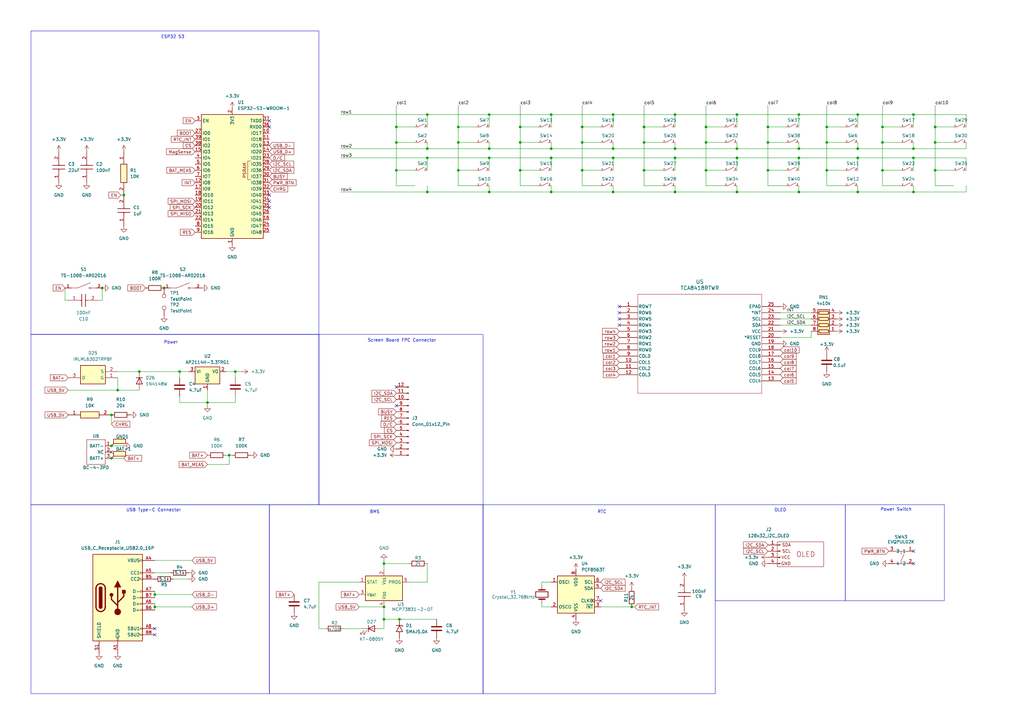
<source format=kicad_sch>
(kicad_sch (version 20231120) (generator "eeschema") (generator_version "8.0")
  (paper "A3")
  (title_block (title "E-Ink PDA Keyboard") (date "2024-10-22") (rev "V1.0") (comment 1 "Note: Parts based on JLCPCB basic parts library. Basic parts used where possible."))
  (junction (at 200.66 78.74))
  (junction (at 351.79 46.99))
  (junction (at 63.5 243.84))
  (junction (at 226.06 46.99))
  (junction (at 213.36 58.42))
  (junction (at 314.96 58.42))
  (junction (at 251.46 46.99))
  (junction (at 327.66 78.74))
  (junction (at 302.26 78.74))
  (junction (at 289.56 58.42))
  (junction (at 251.46 78.74))
  (junction (at 226.06 64.77))
  (junction (at 226.06 78.74))
  (junction (at 45.72 187.96))
  (junction (at 157.48 231.14))
  (junction (at 175.26 46.99))
  (junction (at 374.65 46.99))
  (junction (at 226.06 60.96))
  (junction (at 361.95 52.07))
  (junction (at 302.26 64.77))
  (junction (at 327.66 64.77))
  (junction (at 93.98 186.69))
  (junction (at 327.66 46.99))
  (junction (at 361.95 58.42))
  (junction (at 162.56 52.07))
  (junction (at 157.48 248.92))
  (junction (at 276.86 64.77))
  (junction (at 67.31 118.11))
  (junction (at 251.46 60.96))
  (junction (at 302.26 60.96))
  (junction (at 264.16 52.07))
  (junction (at 175.26 64.77))
  (junction (at 200.66 46.99))
  (junction (at 175.26 78.74))
  (junction (at 238.76 52.07))
  (junction (at 374.65 78.74))
  (junction (at 251.46 64.77))
  (junction (at 339.09 69.85))
  (junction (at 289.56 52.07))
  (junction (at 361.95 69.85))
  (junction (at 276.86 60.96))
  (junction (at 351.79 60.96))
  (junction (at 327.66 60.96))
  (junction (at 374.65 60.96))
  (junction (at 238.76 69.85))
  (junction (at 200.66 64.77))
  (junction (at 162.56 58.42))
  (junction (at 45.72 170.18))
  (junction (at 200.66 60.96))
  (junction (at 213.36 69.85))
  (junction (at 96.52 152.4))
  (junction (at 276.86 78.74))
  (junction (at 259.08 248.92))
  (junction (at 187.96 52.07))
  (junction (at 41.91 118.11))
  (junction (at 276.86 46.99))
  (junction (at 45.72 182.88))
  (junction (at 314.96 52.07))
  (junction (at 175.26 60.96))
  (junction (at 57.15 152.4))
  (junction (at 73.66 152.4))
  (junction (at 264.16 69.85))
  (junction (at 351.79 64.77))
  (junction (at 383.54 58.42))
  (junction (at 187.96 58.42))
  (junction (at 157.48 254))
  (junction (at 289.56 69.85))
  (junction (at 339.09 52.07))
  (junction (at 314.96 69.85))
  (junction (at 50.8 80.01))
  (junction (at 374.65 64.77))
  (junction (at 162.56 69.85))
  (junction (at 383.54 69.85))
  (junction (at 48.26 160.02))
  (junction (at 302.26 46.99))
  (junction (at 264.16 58.42))
  (junction (at 163.83 254))
  (junction (at 351.79 78.74))
  (junction (at 238.76 58.42))
  (junction (at 339.09 58.42))
  (junction (at 63.5 248.92))
  (junction (at 383.54 52.07))
  (junction (at 85.09 165.1))
  (junction (at 213.36 52.07))
  (junction (at 187.96 69.85))
  (no_connect (at 63.5 260.35))
  (no_connect (at 110.49 52.07))
  (no_connect (at 254 130.81))
  (no_connect (at 110.49 82.55))
  (no_connect (at 63.5 257.81))
  (no_connect (at 246.38 246.38))
  (no_connect (at 254 125.73))
  (no_connect (at 110.49 49.53))
  (no_connect (at 110.49 85.09))
  (no_connect (at 254 128.27))
  (no_connect (at 374.65 231.14))
  (no_connect (at 374.65 226.06))
  (no_connect (at 162.56 166.37))
  (no_connect (at 162.56 158.75))
  (no_connect (at 45.72 185.42))
  (no_connect (at 254 133.35))
  (no_connect (at 110.49 80.01))
  (wire (pts (xy 327.66 64.77) (xy 327.66 69.85)))
  (wire (pts (xy 130.81 257.81) (xy 130.81 238.76)))
  (wire (pts (xy 162.56 76.2) (xy 170.18 76.2)))
  (wire (pts (xy 157.48 254) (xy 157.48 257.81)))
  (wire (pts (xy 327.66 78.74) (xy 351.79 78.74)))
  (wire (pts (xy 396.24 60.96) (xy 396.24 58.42)))
  (wire (pts (xy 69.85 234.95) (xy 63.5 234.95)))
  (wire (pts (xy 26.67 123.19) (xy 27.94 123.19)))
  (wire (pts (xy 200.66 60.96) (xy 175.26 60.96)))
  (wire (pts (xy 238.76 58.42) (xy 238.76 69.85)))
  (wire (pts (xy 314.96 58.42) (xy 322.58 58.42)))
  (wire (pts (xy 187.96 52.07) (xy 195.58 52.07)))
  (wire (pts (xy 73.66 152.4) (xy 73.66 154.94)))
  (wire (pts (xy 289.56 58.42) (xy 289.56 69.85)))
  (wire (pts (xy 396.24 64.77) (xy 396.24 69.85)))
  (wire (pts (xy 383.54 52.07) (xy 383.54 58.42)))
  (wire (pts (xy 327.66 64.77) (xy 351.79 64.77)))
  (wire (pts (xy 251.46 78.74) (xy 226.06 78.74)))
  (wire (pts (xy 251.46 64.77) (xy 251.46 69.85)))
  (wire (pts (xy 396.24 78.74) (xy 396.24 76.2)))
  (wire (pts (xy 213.36 58.42) (xy 220.98 58.42)))
  (wire (pts (xy 327.66 60.96) (xy 327.66 58.42)))
  (wire (pts (xy 213.36 52.07) (xy 220.98 52.07)))
  (wire (pts (xy 213.36 69.85) (xy 213.36 76.2)))
  (wire (pts (xy 175.26 64.77) (xy 175.26 69.85)))
  (wire (pts (xy 251.46 46.99) (xy 251.46 52.07)))
  (wire (pts (xy 351.79 78.74) (xy 374.65 78.74)))
  (wire (pts (xy 374.65 78.74) (xy 374.65 76.2)))
  (wire (pts (xy 162.56 69.85) (xy 170.18 69.85)))
  (wire (pts (xy 175.26 231.14) (xy 175.26 238.76)))
  (wire (pts (xy 251.46 60.96) (xy 251.46 58.42)))
  (wire (pts (xy 200.66 46.99) (xy 200.66 52.07)))
  (wire (pts (xy 157.48 231.14) (xy 167.64 231.14)))
  (wire (pts (xy 45.72 187.96) (xy 50.8 187.96)))
  (wire (pts (xy 264.16 58.42) (xy 271.78 58.42)))
  (wire (pts (xy 92.71 186.69) (xy 93.98 186.69)))
  (wire (pts (xy 139.7 64.77) (xy 175.26 64.77)))
  (wire (pts (xy 289.56 52.07) (xy 297.18 52.07)))
  (wire (pts (xy 238.76 69.85) (xy 246.38 69.85)))
  (wire (pts (xy 383.54 58.42) (xy 383.54 69.85)))
  (wire (pts (xy 327.66 46.99) (xy 302.26 46.99)))
  (wire (pts (xy 251.46 64.77) (xy 226.06 64.77)))
  (wire (pts (xy 276.86 60.96) (xy 251.46 60.96)))
  (wire (pts (xy 162.56 52.07) (xy 170.18 52.07)))
  (wire (pts (xy 238.76 76.2) (xy 246.38 76.2)))
  (wire (pts (xy 140.97 257.81) (xy 148.59 257.81)))
  (wire (pts (xy 187.96 58.42) (xy 195.58 58.42)))
  (wire (pts (xy 374.65 78.74) (xy 396.24 78.74)))
  (wire (pts (xy 226.06 78.74) (xy 226.06 76.2)))
  (wire (pts (xy 162.56 69.85) (xy 162.56 76.2)))
  (wire (pts (xy 264.16 52.07) (xy 264.16 58.42)))
  (wire (pts (xy 320.04 133.35) (xy 332.74 133.35)))
  (wire (pts (xy 48.26 152.4) (xy 57.15 152.4)))
  (wire (pts (xy 339.09 52.07) (xy 346.71 52.07)))
  (wire (pts (xy 339.09 69.85) (xy 346.71 69.85)))
  (wire (pts (xy 289.56 76.2) (xy 297.18 76.2)))
  (wire (pts (xy 213.36 76.2) (xy 220.98 76.2)))
  (wire (pts (xy 222.25 247.65) (xy 222.25 248.92)))
  (wire (pts (xy 361.95 76.2) (xy 369.57 76.2)))
  (wire (pts (xy 238.76 69.85) (xy 238.76 76.2)))
  (wire (pts (xy 200.66 64.77) (xy 200.66 69.85)))
  (wire (pts (xy 130.81 257.81) (xy 133.35 257.81)))
  (wire (pts (xy 374.65 60.96) (xy 374.65 58.42)))
  (wire (pts (xy 320.04 138.43) (xy 332.74 138.43)))
  (wire (pts (xy 327.66 78.74) (xy 327.66 76.2)))
  (wire (pts (xy 374.65 46.99) (xy 374.65 52.07)))
  (wire (pts (xy 339.09 52.07) (xy 339.09 58.42)))
  (wire (pts (xy 222.25 248.92) (xy 226.06 248.92)))
  (wire (pts (xy 251.46 46.99) (xy 226.06 46.99)))
  (wire (pts (xy 226.06 64.77) (xy 200.66 64.77)))
  (wire (pts (xy 187.96 76.2) (xy 195.58 76.2)))
  (wire (pts (xy 332.74 138.43) (xy 332.74 135.89)))
  (wire (pts (xy 93.98 186.69) (xy 95.25 186.69)))
  (wire (pts (xy 351.79 46.99) (xy 374.65 46.99)))
  (wire (pts (xy 264.16 69.85) (xy 271.78 69.85)))
  (wire (pts (xy 320.04 128.27) (xy 332.74 128.27)))
  (wire (pts (xy 251.46 78.74) (xy 251.46 76.2)))
  (wire (pts (xy 327.66 60.96) (xy 351.79 60.96)))
  (wire (pts (xy 78.74 243.84) (xy 63.5 243.84)))
  (wire (pts (xy 85.09 166.37) (xy 85.09 165.1)))
  (wire (pts (xy 157.48 229.87) (xy 157.48 231.14)))
  (wire (pts (xy 276.86 46.99) (xy 276.86 52.07)))
  (wire (pts (xy 130.81 238.76) (xy 147.32 238.76)))
  (wire (pts (xy 276.86 64.77) (xy 251.46 64.77)))
  (wire (pts (xy 48.26 160.02) (xy 48.26 154.94)))
  (wire (pts (xy 302.26 78.74) (xy 302.26 76.2)))
  (wire (pts (xy 351.79 46.99) (xy 351.79 52.07)))
  (wire (pts (xy 200.66 64.77) (xy 175.26 64.77)))
  (wire (pts (xy 226.06 64.77) (xy 226.06 69.85)))
  (wire (pts (xy 361.95 43.18) (xy 361.95 52.07)))
  (wire (pts (xy 361.95 58.42) (xy 361.95 69.85)))
  (wire (pts (xy 302.26 60.96) (xy 276.86 60.96)))
  (wire (pts (xy 85.09 165.1) (xy 96.52 165.1)))
  (wire (pts (xy 63.5 248.92) (xy 63.5 250.19)))
  (wire (pts (xy 213.36 52.07) (xy 213.36 58.42)))
  (wire (pts (xy 327.66 64.77) (xy 302.26 64.77)))
  (wire (pts (xy 200.66 78.74) (xy 175.26 78.74)))
  (wire (pts (xy 26.67 118.11) (xy 26.67 123.19)))
  (wire (pts (xy 63.5 243.84) (xy 63.5 242.57)))
  (wire (pts (xy 264.16 58.42) (xy 264.16 69.85)))
  (wire (pts (xy 276.86 78.74) (xy 276.86 76.2)))
  (wire (pts (xy 302.26 46.99) (xy 276.86 46.99)))
  (wire (pts (xy 314.96 52.07) (xy 314.96 58.42)))
  (wire (pts (xy 302.26 64.77) (xy 276.86 64.77)))
  (wire (pts (xy 96.52 152.4) (xy 96.52 154.94)))
  (wire (pts (xy 351.79 78.74) (xy 351.79 76.2)))
  (wire (pts (xy 361.95 52.07) (xy 361.95 58.42)))
  (wire (pts (xy 226.06 46.99) (xy 200.66 46.99)))
  (wire (pts (xy 78.74 229.87) (xy 63.5 229.87)))
  (wire (pts (xy 187.96 69.85) (xy 195.58 69.85)))
  (wire (pts (xy 383.54 43.18) (xy 383.54 52.07)))
  (wire (pts (xy 57.15 160.02) (xy 48.26 160.02)))
  (wire (pts (xy 187.96 43.18) (xy 187.96 52.07)))
  (wire (pts (xy 45.72 173.99) (xy 45.72 170.18)))
  (wire (pts (xy 339.09 58.42) (xy 346.71 58.42)))
  (wire (pts (xy 361.95 58.42) (xy 369.57 58.42)))
  (wire (pts (xy 302.26 78.74) (xy 276.86 78.74)))
  (wire (pts (xy 383.54 69.85) (xy 391.16 69.85)))
  (wire (pts (xy 374.65 64.77) (xy 374.65 69.85)))
  (wire (pts (xy 327.66 46.99) (xy 327.66 52.07)))
  (wire (pts (xy 57.15 152.4) (xy 73.66 152.4)))
  (wire (pts (xy 85.09 190.5) (xy 93.98 190.5)))
  (wire (pts (xy 314.96 43.18) (xy 314.96 52.07)))
  (wire (pts (xy 383.54 58.42) (xy 391.16 58.42)))
  (wire (pts (xy 77.47 237.49) (xy 71.12 237.49)))
  (wire (pts (xy 48.26 160.02) (xy 27.94 160.02)))
  (wire (pts (xy 314.96 52.07) (xy 322.58 52.07)))
  (wire (pts (xy 96.52 152.4) (xy 99.06 152.4)))
  (wire (pts (xy 260.35 248.92) (xy 259.08 248.92)))
  (wire (pts (xy 147.32 248.92) (xy 157.48 248.92)))
  (wire (pts (xy 276.86 46.99) (xy 251.46 46.99)))
  (wire (pts (xy 374.65 60.96) (xy 396.24 60.96)))
  (wire (pts (xy 351.79 64.77) (xy 374.65 64.77)))
  (wire (pts (xy 73.66 165.1) (xy 85.09 165.1)))
  (wire (pts (xy 361.95 69.85) (xy 361.95 76.2)))
  (wire (pts (xy 162.56 43.18) (xy 162.56 52.07)))
  (wire (pts (xy 175.26 238.76) (xy 167.64 238.76)))
  (wire (pts (xy 351.79 60.96) (xy 374.65 60.96)))
  (wire (pts (xy 73.66 152.4) (xy 77.47 152.4)))
  (wire (pts (xy 163.83 254) (xy 179.07 254)))
  (wire (pts (xy 187.96 58.42) (xy 187.96 69.85)))
  (wire (pts (xy 302.26 64.77) (xy 302.26 69.85)))
  (wire (pts (xy 213.36 58.42) (xy 213.36 69.85)))
  (wire (pts (xy 264.16 69.85) (xy 264.16 76.2)))
  (wire (pts (xy 374.65 46.99) (xy 396.24 46.99)))
  (wire (pts (xy 238.76 52.07) (xy 238.76 58.42)))
  (wire (pts (xy 73.66 162.56) (xy 73.66 165.1)))
  (wire (pts (xy 187.96 69.85) (xy 187.96 76.2)))
  (wire (pts (xy 175.26 46.99) (xy 175.26 52.07)))
  (wire (pts (xy 327.66 78.74) (xy 302.26 78.74)))
  (wire (pts (xy 238.76 58.42) (xy 246.38 58.42)))
  (wire (pts (xy 314.96 58.42) (xy 314.96 69.85)))
  (wire (pts (xy 226.06 60.96) (xy 226.06 58.42)))
  (wire (pts (xy 85.09 165.1) (xy 85.09 160.02)))
  (wire (pts (xy 314.96 76.2) (xy 322.58 76.2)))
  (wire (pts (xy 320.04 130.81) (xy 332.74 130.81)))
  (wire (pts (xy 276.86 60.96) (xy 276.86 58.42)))
  (wire (pts (xy 175.26 58.42) (xy 175.26 60.96)))
  (wire (pts (xy 63.5 243.84) (xy 63.5 245.11)))
  (wire (pts (xy 45.72 182.88) (xy 50.8 182.88)))
  (wire (pts (xy 213.36 69.85) (xy 220.98 69.85)))
  (wire (pts (xy 139.7 46.99) (xy 175.26 46.99)))
  (wire (pts (xy 200.66 46.99) (xy 175.26 46.99)))
  (wire (pts (xy 157.48 231.14) (xy 157.48 233.68)))
  (wire (pts (xy 157.48 248.92) (xy 157.48 254)))
  (wire (pts (xy 289.56 69.85) (xy 297.18 69.85)))
  (wire (pts (xy 157.48 254) (xy 163.83 254)))
  (wire (pts (xy 327.66 60.96) (xy 302.26 60.96)))
  (wire (pts (xy 41.91 123.19) (xy 41.91 118.11)))
  (wire (pts (xy 302.26 60.96) (xy 302.26 58.42)))
  (wire (pts (xy 327.66 46.99) (xy 351.79 46.99)))
  (wire (pts (xy 302.26 46.99) (xy 302.26 52.07)))
  (wire (pts (xy 139.7 78.74) (xy 175.26 78.74)))
  (wire (pts (xy 289.56 69.85) (xy 289.56 76.2)))
  (wire (pts (xy 339.09 76.2) (xy 346.71 76.2)))
  (wire (pts (xy 339.09 58.42) (xy 339.09 69.85)))
  (wire (pts (xy 200.66 60.96) (xy 200.66 58.42)))
  (wire (pts (xy 238.76 43.18) (xy 238.76 52.07)))
  (wire (pts (xy 314.96 69.85) (xy 322.58 69.85)))
  (wire (pts (xy 187.96 52.07) (xy 187.96 58.42)))
  (wire (pts (xy 361.95 69.85) (xy 369.57 69.85)))
  (wire (pts (xy 162.56 52.07) (xy 162.56 58.42)))
  (wire (pts (xy 339.09 69.85) (xy 339.09 76.2)))
  (wire (pts (xy 157.48 257.81) (xy 156.21 257.81)))
  (wire (pts (xy 289.56 58.42) (xy 297.18 58.42)))
  (wire (pts (xy 238.76 52.07) (xy 246.38 52.07)))
  (wire (pts (xy 226.06 46.99) (xy 226.06 52.07)))
  (wire (pts (xy 276.86 64.77) (xy 276.86 69.85)))
  (wire (pts (xy 289.56 43.18) (xy 289.56 52.07)))
  (wire (pts (xy 276.86 78.74) (xy 251.46 78.74)))
  (wire (pts (xy 139.7 60.96) (xy 175.26 60.96)))
  (wire (pts (xy 222.25 240.03) (xy 222.25 238.76)))
  (wire (pts (xy 78.74 248.92) (xy 63.5 248.92)))
  (wire (pts (xy 226.06 78.74) (xy 200.66 78.74)))
  (wire (pts (xy 246.38 248.92) (xy 259.08 248.92)))
  (wire (pts (xy 351.79 60.96) (xy 351.79 58.42)))
  (wire (pts (xy 383.54 76.2) (xy 391.16 76.2)))
  (wire (pts (xy 264.16 52.07) (xy 271.78 52.07)))
  (wire (pts (xy 361.95 52.07) (xy 369.57 52.07)))
  (wire (pts (xy 40.64 123.19) (xy 41.91 123.19)))
  (wire (pts (xy 63.5 248.92) (xy 63.5 247.65)))
  (wire (pts (xy 251.46 60.96) (xy 226.06 60.96)))
  (wire (pts (xy 96.52 162.56) (xy 96.52 165.1)))
  (wire (pts (xy 289.56 52.07) (xy 289.56 58.42)))
  (wire (pts (xy 339.09 43.18) (xy 339.09 52.07)))
  (wire (pts (xy 264.16 43.18) (xy 264.16 52.07)))
  (wire (pts (xy 383.54 69.85) (xy 383.54 76.2)))
  (wire (pts (xy 396.24 46.99) (xy 396.24 52.07)))
  (wire (pts (xy 162.56 58.42) (xy 170.18 58.42)))
  (wire (pts (xy 213.36 43.18) (xy 213.36 52.07)))
  (wire (pts (xy 383.54 52.07) (xy 391.16 52.07)))
  (wire (pts (xy 200.66 78.74) (xy 200.66 76.2)))
  (wire (pts (xy 92.71 152.4) (xy 96.52 152.4)))
  (wire (pts (xy 351.79 64.77) (xy 351.79 69.85)))
  (wire (pts (xy 264.16 76.2) (xy 271.78 76.2)))
  (wire (pts (xy 222.25 238.76) (xy 226.06 238.76)))
  (wire (pts (xy 374.65 64.77) (xy 396.24 64.77)))
  (wire (pts (xy 49.53 80.01) (xy 50.8 80.01)))
  (wire (pts (xy 93.98 186.69) (xy 93.98 190.5)))
  (wire (pts (xy 162.56 58.42) (xy 162.56 69.85)))
  (wire (pts (xy 175.26 78.74) (xy 175.26 76.2)))
  (wire (pts (xy 314.96 69.85) (xy 314.96 76.2)))
  (wire (pts (xy 226.06 60.96) (xy 200.66 60.96)))
  (rectangle (start 198.12 207.01) (end 293.37 284.48))
  (rectangle (start 346.71 207.01) (end 387.35 246.38))
  (rectangle (start 293.37 207.01) (end 346.71 246.38))
  (rectangle (start 130.81 137.16) (end 198.12 207.01))
  (rectangle (start 110.49 207.01) (end 198.12 284.48))
  (rectangle (start 12.7 12.7) (end 130.81 137.16))
  (rectangle (start 12.7 137.16) (end 130.81 207.01))
  (rectangle (start 12.7 207.01) (end 110.49 284.48))
  (text "ESP32 S3" (at 70.866 15.24 0) (effects (font (size 1.27 1.27))))
  (text "RTC" (at 246.888 210.058 0) (effects (font (size 1.27 1.27))))
  (text "Screen Board FPC Connector" (at 164.846 139.7 0) (effects (font (size 1.27 1.27))))
  (text "Power" (at 70.104 140.462 0) (effects (font (size 1.27 1.27))))
  (text "OLED" (at 320.04 209.296 0) (effects (font (size 1.27 1.27))))
  (text "USB Type-C Connector\n" (at 62.992 209.296 0) (effects (font (size 1.27 1.27))))
  (text "Power Switch" (at 367.538 209.042 0) (effects (font (size 1.27 1.27))))
  (text "BMS\n" (at 153.67 210.058 0) (effects (font (size 1.27 1.27))))
  (label "col10" (at 383.54 43.18 0))
  (label "col5" (at 264.16 43.18 0))
  (label "row2" (at 139.7 60.96 0))
  (label "col3" (at 213.36 43.18 0))
  (label "col1" (at 162.56 43.18 0))
  (label "col7" (at 314.96 43.18 0))
  (label "col9" (at 361.95 43.18 0))
  (label "I2C_SDA" (at 322.58 133.35 0))
  (label "row4" (at 139.7 78.74 0))
  (label "col6" (at 289.56 43.18 0))
  (label "col2" (at 187.96 43.18 0))
  (label "I2C_SCL" (at 322.58 130.81 0))
  (label "col4" (at 238.76 43.18 0))
  (label "col8" (at 339.09 43.18 0))
  (label "INT" (at 322.58 128.27 0))
  (label "row3" (at 139.7 64.77 0))
  (label "row1" (at 139.7 46.99 0))
  (global_label "I2C_SCL" (shape input) (at 314.96 226.06 180) (property "Intersheetrefs" "${INTERSHEET_REFS}" (effects (hide yes))))
  (global_label "USB_5V" (shape input) (at 147.32 248.92 180) (property "Intersheetrefs" "${INTERSHEET_REFS}" (effects (hide yes))))
  (global_label "RTC_INT" (shape input) (at 80.01 57.15 180) (property "Intersheetrefs" "${INTERSHEET_REFS}" (effects (hide yes))))
  (global_label "I2C_SCL" (shape input) (at 162.56 163.83 180) (property "Intersheetrefs" "${INTERSHEET_REFS}" (effects (hide yes))))
  (global_label "PWR_BTN" (shape input) (at 110.49 74.93 0) (property "Intersheetrefs" "${INTERSHEET_REFS}" (effects (hide yes))))
  (global_label "I2C_SDA" (shape input) (at 246.38 241.3 0) (property "Intersheetrefs" "${INTERSHEET_REFS}" (effects (hide yes))))
  (global_label "BUSY" (shape input) (at 110.49 72.39 0) (property "Intersheetrefs" "${INTERSHEET_REFS}" (effects (hide yes))))
  (global_label "EN" (shape input) (at 80.01 49.53 180) (property "Intersheetrefs" "${INTERSHEET_REFS}" (effects (hide yes))))
  (global_label "USB_5V" (shape input) (at 27.94 160.02 180) (property "Intersheetrefs" "${INTERSHEET_REFS}" (effects (hide yes))))
  (global_label "I2C_SCL" (shape input) (at 110.49 67.31 0) (property "Intersheetrefs" "${INTERSHEET_REFS}" (effects (hide yes))))
  (global_label "BAT_MEAS" (shape input) (at 85.09 190.5 180) (property "Intersheetrefs" "${INTERSHEET_REFS}" (effects (hide yes))))
  (global_label "BAT_MEAS" (shape input) (at 80.01 69.85 180) (property "Intersheetrefs" "${INTERSHEET_REFS}" (effects (hide yes))))
  (global_label "BOOT" (shape input) (at 59.69 118.11 180) (property "Intersheetrefs" "${INTERSHEET_REFS}" (effects (hide yes))))
  (global_label "CHRG" (shape input) (at 45.72 173.99 0) (property "Intersheetrefs" "${INTERSHEET_REFS}" (effects (hide yes))))
  (global_label "CS" (shape input) (at 80.01 59.69 180) (property "Intersheetrefs" "${INTERSHEET_REFS}" (effects (hide yes))))
  (global_label "col7" (shape input) (at 320.04 151.13 0) (property "Intersheetrefs" "${INTERSHEET_REFS}" (effects (hide yes))))
  (global_label "col8" (shape input) (at 320.04 148.59 0) (property "Intersheetrefs" "${INTERSHEET_REFS}" (effects (hide yes))))
  (global_label "EN" (shape input) (at 49.53 80.01 180) (property "Intersheetrefs" "${INTERSHEET_REFS}" (effects (hide yes))))
  (global_label "USB_5V" (shape input) (at 27.94 170.18 180) (property "Intersheetrefs" "${INTERSHEET_REFS}" (effects (hide yes))))
  (global_label "col5" (shape input) (at 320.04 156.21 0) (property "Intersheetrefs" "${INTERSHEET_REFS}" (effects (hide yes))))
  (global_label "D{slash}C" (shape input) (at 162.56 173.99 180) (property "Intersheetrefs" "${INTERSHEET_REFS}" (effects (hide yes))))
  (global_label "USB_5V" (shape input) (at 78.74 229.87 0) (property "Intersheetrefs" "${INTERSHEET_REFS}" (effects (hide yes))))
  (global_label "SPI_MOSI" (shape input) (at 162.56 181.61 180) (property "Intersheetrefs" "${INTERSHEET_REFS}" (effects (hide yes))))
  (global_label "USB_D-" (shape input) (at 110.49 59.69 0) (property "Intersheetrefs" "${INTERSHEET_REFS}" (effects (hide yes))))
  (global_label "row4" (shape input) (at 254 135.89 180) (property "Intersheetrefs" "${INTERSHEET_REFS}" (effects (hide yes))))
  (global_label "RES" (shape input) (at 162.56 171.45 180) (property "Intersheetrefs" "${INTERSHEET_REFS}" (effects (hide yes))))
  (global_label "I2C_SCL" (shape input) (at 246.38 238.76 0) (property "Intersheetrefs" "${INTERSHEET_REFS}" (effects (hide yes))))
  (global_label "col2" (shape input) (at 254 148.59 180) (property "Intersheetrefs" "${INTERSHEET_REFS}" (effects (hide yes))))
  (global_label "BOOT" (shape input) (at 80.01 54.61 180) (property "Intersheetrefs" "${INTERSHEET_REFS}" (effects (hide yes))))
  (global_label "BAT+" (shape input) (at 85.09 186.69 180) (property "Intersheetrefs" "${INTERSHEET_REFS}" (effects (hide yes))))
  (global_label "col3" (shape input) (at 254 151.13 180) (property "Intersheetrefs" "${INTERSHEET_REFS}" (effects (hide yes))))
  (global_label "USB_D+" (shape input) (at 110.49 62.23 0) (property "Intersheetrefs" "${INTERSHEET_REFS}" (effects (hide yes))))
  (global_label "BUSY" (shape input) (at 162.56 168.91 180) (property "Intersheetrefs" "${INTERSHEET_REFS}" (effects (hide yes))))
  (global_label "USB_D+" (shape input) (at 78.74 248.92 0) (property "Intersheetrefs" "${INTERSHEET_REFS}" (effects (hide yes))))
  (global_label "SPI_MISO" (shape input) (at 80.01 87.63 180) (property "Intersheetrefs" "${INTERSHEET_REFS}" (effects (hide yes))))
  (global_label "I2C_SDA" (shape input) (at 162.56 161.29 180) (property "Intersheetrefs" "${INTERSHEET_REFS}" (effects (hide yes))))
  (global_label "D{slash}C" (shape input) (at 110.49 64.77 0) (property "Intersheetrefs" "${INTERSHEET_REFS}" (effects (hide yes))))
  (global_label "CS" (shape input) (at 162.56 176.53 180) (property "Intersheetrefs" "${INTERSHEET_REFS}" (effects (hide yes))))
  (global_label "USB_D-" (shape input) (at 78.74 243.84 0) (property "Intersheetrefs" "${INTERSHEET_REFS}" (effects (hide yes))))
  (global_label "SPI_SCK" (shape input) (at 80.01 85.09 180) (property "Intersheetrefs" "${INTERSHEET_REFS}" (effects (hide yes))))
  (global_label "MagSense" (shape input) (at 80.01 62.23 180) (property "Intersheetrefs" "${INTERSHEET_REFS}" (effects (hide yes))))
  (global_label "col10" (shape input) (at 320.04 143.51 0) (property "Intersheetrefs" "${INTERSHEET_REFS}" (effects (hide yes))))
  (global_label "col4" (shape input) (at 254 153.67 180) (property "Intersheetrefs" "${INTERSHEET_REFS}" (effects (hide yes))))
  (global_label "BAT+" (shape input) (at 120.65 243.84 180) (property "Intersheetrefs" "${INTERSHEET_REFS}" (effects (hide yes))))
  (global_label "I2C_SDA" (shape input) (at 314.96 223.52 180) (property "Intersheetrefs" "${INTERSHEET_REFS}" (effects (hide yes))))
  (global_label "row3" (shape input) (at 254 138.43 180) (property "Intersheetrefs" "${INTERSHEET_REFS}" (effects (hide yes))))
  (global_label "RES" (shape input) (at 80.01 95.25 180) (property "Intersheetrefs" "${INTERSHEET_REFS}" (effects (hide yes))))
  (global_label "col6" (shape input) (at 320.04 153.67 0) (property "Intersheetrefs" "${INTERSHEET_REFS}" (effects (hide yes))))
  (global_label "BAT+" (shape input) (at 27.94 154.94 180) (property "Intersheetrefs" "${INTERSHEET_REFS}" (effects (hide yes))))
  (global_label "row1" (shape input) (at 254 143.51 180) (property "Intersheetrefs" "${INTERSHEET_REFS}" (effects (hide yes))))
  (global_label "I2C_SDA" (shape input) (at 110.49 69.85 0) (property "Intersheetrefs" "${INTERSHEET_REFS}" (effects (hide yes))))
  (global_label "SPI_MOSI" (shape input) (at 80.01 82.55 180) (property "Intersheetrefs" "${INTERSHEET_REFS}" (effects (hide yes))))
  (global_label "BAT+" (shape input) (at 50.8 187.96 0) (property "Intersheetrefs" "${INTERSHEET_REFS}" (effects (hide yes))))
  (global_label "PWR_BTN" (shape input) (at 364.49 226.06 180) (property "Intersheetrefs" "${INTERSHEET_REFS}" (effects (hide yes))))
  (global_label "CHRG" (shape input) (at 110.49 77.47 0) (property "Intersheetrefs" "${INTERSHEET_REFS}" (effects (hide yes))))
  (global_label "col9" (shape input) (at 320.04 146.05 0) (property "Intersheetrefs" "${INTERSHEET_REFS}" (effects (hide yes))))
  (global_label "row2" (shape input) (at 254 140.97 180) (property "Intersheetrefs" "${INTERSHEET_REFS}" (effects (hide yes))))
  (global_label "col1" (shape input) (at 254 146.05 180) (property "Intersheetrefs" "${INTERSHEET_REFS}" (effects (hide yes))))
  (global_label "INT" (shape input) (at 80.01 74.93 180) (property "Intersheetrefs" "${INTERSHEET_REFS}" (effects (hide yes))))
  (global_label "EN" (shape input) (at 26.67 118.11 180) (property "Intersheetrefs" "${INTERSHEET_REFS}" (effects (hide yes))))
  (global_label "SPI_SCK" (shape input) (at 162.56 179.07 180) (property "Intersheetrefs" "${INTERSHEET_REFS}" (effects (hide yes))))
  (global_label "RTC_INT" (shape input) (at 260.35 248.92 0) (property "Intersheetrefs" "${INTERSHEET_REFS}" (effects (hide yes))))
  (global_label "BAT+" (shape input) (at 147.32 243.84 180) (property "Intersheetrefs" "${INTERSHEET_REFS}" (effects (hide yes))))
  (symbol (lib_id "power:GND") (at 163.83 261.62 0) (unit 1)
    (property "Reference" "#PWR030" (effects (hide yes)))
    (property "Value" "GND" (at 163.83 266.7 0))
    (property "Description" "Power symbol creates a global label with name \"GND\" , ground" (effects (hide yes)))
  )
  (symbol (lib_id "snaptron_7mm_doublesided:contact_pad") (at 248.92 73.66 0) (unit 1)
    (property "Reference" "SW22" (at 249.428 73.406 0))
    (property "Value" "~" (at 248.92 73.66 0))
    (property "Footprint" "snaptron_7mm_doublesided:contact_pad_SINGLE" (effects (hide yes)))
  )
  (symbol (lib_id "snaptron_7mm_doublesided:contact_pad") (at 349.25 49.53 0) (unit 1)
    (property "Reference" "SW5" (at 349.758 49.276 0))
    (property "Value" "~" (at 349.25 49.53 0))
    (property "Footprint" "snaptron_7mm_doublesided:contact_pad_SINGLE" (effects (hide yes)))
  )
  (symbol (lib_id "Diode:SMAJ5.0A") (at 163.83 257.81 270) (unit 1)
    (property "Reference" "D1" (at 166.37 256.5399 90) (effects (justify left)))
    (property "Value" "SMAJ5.0A" (at 166.37 259.0799 90) (effects (justify left)))
    (property "Footprint" "Diode_SMD:D_SMA" (effects (hide yes)))
    (property "Datasheet" "https://www.littelfuse.com/media?resourcetype=datasheets&itemid=75e32973-b177-4ee3-a0ff-cedaf1abdb93&filename=smaj-datasheet" (effects (hide yes)))
    (property "Description" "400W unidirectional Transient Voltage Suppressor, 5.0Vr, SMA(DO-214AC)" (effects (hide yes)))
  )
  (symbol (lib_id "snaptron_7mm_doublesided:contact_pad") (at 223.52 55.88 0) (unit 1)
    (property "Reference" "SW14" (at 224.028 55.626 0))
    (property "Value" "~" (at 223.52 55.88 0))
    (property "Footprint" "snaptron_7mm_doublesided:contact_pad_SINGLE" (effects (hide yes)))
  )
  (symbol (lib_id "EVQPUL02K:EVQPUL02K") (at 369.57 228.6 0) (unit 1)
    (property "Reference" "SW43" (at 369.57 220.218 0))
    (property "Value" "EVQPUL02K" (at 369.57 222.25 0))
    (property "Footprint" "EVQPUL02K:EVQPUL02K" (effects (hide yes)))
    (property "LCSC Part #" "EVQPUL02K" (effects (hide yes)))
  )
  (symbol (lib_id "power:GND") (at 50.8 92.71 0) (unit 1)
    (property "Reference" "#PWR02" (effects (hide yes)))
    (property "Value" "GND" (at 50.8 97.79 0))
    (property "Description" "Power symbol creates a global label with name \"GND\" , ground" (effects (hide yes)))
  )
  (symbol (lib_id "snaptron_7mm_doublesided:contact_pad") (at 325.12 67.31 0) (unit 1)
    (property "Reference" "SW39" (at 325.628 67.056 0))
    (property "Value" "~" (at 325.12 67.31 0))
    (property "Footprint" "snaptron_7mm_doublesided:contact_pad_SINGLE" (effects (hide yes)))
  )
  (symbol (lib_id "Connector:TestPoint_Flag") (at 45.72 187.96 0) (unit 1)
    (property "Reference" "BAT+1" (at 47.498 184.15 0) (effects (justify left)))
    (property "Value" "TestPoint_Flag" (effects (hide yes)))
    (property "Footprint" "TestPoint:TestPoint_Pad_D1.5mm" (effects (hide yes)))
    (property "Description" "test point (alternative flag-style design)" (effects (hide yes)))
  )
  (symbol (lib_id "snaptron_7mm_doublesided:contact_pad") (at 372.11 73.66 0) (unit 1)
    (property "Reference" "SW24" (at 372.618 73.406 0))
    (property "Value" "~" (at 372.11 73.66 0))
    (property "Footprint" "snaptron_7mm_doublesided:contact_pad_SINGLE" (effects (hide yes)))
  )
  (symbol (lib_id "power:GND") (at 35.56 74.93 0) (unit 1)
    (property "Reference" "#PWR03" (effects (hide yes)))
    (property "Value" "GND" (at 35.56 80.01 0))
    (property "Description" "Power symbol creates a global label with name \"GND\" , ground" (effects (hide yes)))
  )
  (symbol (lib_id "snaptron_7mm_doublesided:contact_pad") (at 274.32 73.66 0) (unit 1)
    (property "Reference" "SW28" (at 274.828 73.406 0))
    (property "Value" "~" (at 274.32 73.66 0))
    (property "Footprint" "snaptron_7mm_doublesided:contact_pad_SINGLE" (effects (hide yes)))
  )
  (symbol (lib_id "CC0805KRX7R9BB104 (100nF):CC0805KRX7R9BB104") (at 27.94 123.19 0) (mirror x) (unit 1)
    (property "Reference" "C10" (at 34.29 130.81 0))
    (property "Value" "100nF" (at 34.29 128.27 0))
    (property "Footprint" "CC0805KRX7R9BB104 (100nF):CAPC2012X95N" (effects (hide yes)))
    (property "Datasheet" "https://www.yageo.com/upload/media/product/productsearch/datasheet/mlcc/UPY-GPHC_X7R_6.3V-to-50V_20.pdf" (effects (hide yes)))
    (property "Description" "Multilayer Ceramic Capacitors MLCC - SMD/SMT 50 V 0.1uF X7R 0805 10%" (effects (hide yes)))
    (property "Height" "0.95" (effects (hide yes)))
    (property "Mouser Part Number" "603-CC805KRX7R9BB104" (effects (hide yes)))
    (property "Mouser Price/Stock" "https://www.mouser.co.uk/ProductDetail/YAGEO/CC0805KRX7R9BB104?qs=vTakOoo5QyLx0lXWgVtRhQ%3D%3D" (effects (hide yes)))
    (property "Manufacturer_Name" "YAGEO" (effects (hide yes)))
    (property "LCSC Part #" "CC0805KRX7R9BB104" (effects (hide yes)))
  )
  (symbol (lib_id "power:+3.3V") (at 314.96 228.6 90) (unit 1)
    (property "Reference" "#PWR026" (effects (hide yes)))
    (property "Value" "+3.3V" (at 311.15 228.5999 90) (effects (justify left)))
    (property "Description" "Power symbol creates a global label with name \"+3.3V\"" (effects (hide yes)))
  )
  (symbol (lib_id "Device:R_Pack04") (at 337.82 130.81 90) (unit 1)
    (property "Reference" "RN1" (at 337.82 121.92 90))
    (property "Value" "4x10k" (at 337.82 124.46 90))
    (property "Footprint" "Resistor_SMD:R_Array_Concave_4x0603" (effects (hide yes)))
    (property "Description" "4 resistor network, parallel topology" (effects (hide yes)))
    (property "LCSC Part #" "4D03WGJ0103T5E" (effects (hide yes)))
  )
  (symbol (lib_id "power:GND") (at 280.67 250.19 0) (unit 1)
    (property "Reference" "#PWR042" (effects (hide yes)))
    (property "Value" "GND" (at 280.67 255.27 0))
    (property "Description" "Power symbol creates a global label with name \"GND\" , ground" (effects (hide yes)))
  )
  (symbol (lib_id "Connector:USB_C_Receptacle_USB2.0_16P") (at 48.26 245.11 0) (unit 1)
    (property "Reference" "J1" (at 48.26 222.25 0))
    (property "Value" "USB_C_Receptacle_USB2.0_16P" (at 48.26 224.79 0))
    (property "Footprint" "Connector_USB:USB_C_Receptacle_G-Switch_GT-USB-7010ASV" (effects (hide yes)))
    (property "Datasheet" "https://www.usb.org/sites/default/files/documents/usb_type-c.zip" (effects (hide yes)))
    (property "Description" "USB 2.0-only 16P Type-C Receptacle connector" (effects (hide yes)))
    (property "LCSC Part #" "GT-USB-7010ASV" (effects (hide yes)))
  )
  (symbol (lib_id "snaptron_7mm_doublesided:contact_pad") (at 372.11 49.53 0) (unit 1)
    (property "Reference" "SW17" (at 372.618 49.276 0))
    (property "Value" "~" (at 372.11 49.53 0))
    (property "Footprint" "snaptron_7mm_doublesided:contact_pad_SINGLE" (effects (hide yes)))
  )
  (symbol (lib_id "power:+3.3V") (at 259.08 241.3 0) (unit 1)
    (property "Reference" "#PWR043" (effects (hide yes)))
    (property "Value" "+3.3V" (at 259.08 236.22 0))
    (property "Description" "Power symbol creates a global label with name \"+3.3V\"" (effects (hide yes)))
  )
  (symbol (lib_id "Device:R") (at 73.66 234.95 90) (unit 1)
    (property "Reference" "R4" (at 73.66 232.664 90))
    (property "Value" "5.1k" (at 73.66 234.95 90))
    (property "Footprint" "Resistor_SMD:R_0603_1608Metric" (effects (hide yes)))
    (property "Description" "Resistor" (effects (hide yes)))
    (property "LCSC Part #" "0603WAF5101T5E" (effects (hide yes)))
  )
  (symbol (lib_id "power:GND") (at 40.64 267.97 0) (unit 1)
    (property "Reference" "#PWR012" (effects (hide yes)))
    (property "Value" "GND" (at 40.64 273.05 0))
    (property "Description" "Power symbol creates a global label with name \"GND\" , ground" (effects (hide yes)))
  )
  (symbol (lib_id "snaptron_7mm_doublesided:contact_pad") (at 325.12 73.66 0) (unit 1)
    (property "Reference" "SW40" (at 325.628 73.406 0))
    (property "Value" "~" (at 325.12 73.66 0))
    (property "Footprint" "snaptron_7mm_doublesided:contact_pad_SINGLE" (effects (hide yes)))
  )
  (symbol (lib_id "power:GND") (at 179.07 261.62 0) (unit 1)
    (property "Reference" "#PWR033" (effects (hide yes)))
    (property "Value" "GND" (at 179.07 266.7 0))
    (property "Description" "Power symbol creates a global label with name \"GND\" , ground" (effects (hide yes)))
  )
  (symbol (lib_id "TS-1088-AR02016:TS-1088-AR02016") (at 74.93 118.11 0) (unit 1)
    (property "Reference" "S2" (at 74.93 110.49 0))
    (property "Value" "TS-1088-AR02016" (at 74.93 113.03 0))
    (property "Footprint" "TS-1088-AR02016:SW_TS-1088-AR02016" (effects (hide yes)))
    (property "MF" "Xunpu" (effects (hide yes)))
    (property "MAXIMUM_PACKAGE_HEIGHT" "2.0 mm" (effects (hide yes)))
    (property "Package" "Package" (effects (hide yes)))
    (property "Price" "None" (effects (hide yes)))
    (property "Check_prices" "https://www.snapeda.com/parts/TS-1088-AR02016/Xunpu/view-part/?ref=eda" (effects (hide yes)))
    (property "STANDARD" "Manufacturer Recommendations" (effects (hide yes)))
    (property "PARTREV" "N/A" (effects (hide yes)))
    (property "SnapEDA_Link" "https://www.snapeda.com/parts/TS-1088-AR02016/Xunpu/view-part/?ref=snap" (effects (hide yes)))
    (property "MP" "TS-1088-AR02016" (effects (hide yes)))
    (property "Description_1" "\n                        \n                            50mA 4mm 100MΩ 100,000 Times 12V 160gf 3mm 2mm Round Button Vertical welding SPST SMD Tactile Switches ROHS\n                        \n" (effects (hide yes)))
    (property "Availability" "Not in stock" (effects (hide yes)))
    (property "MANUFACTURER" "Xunpu" (effects (hide yes)))
    (property "LCSC Part #" "TS-1088-AR02016" (effects (hide yes)))
  )
  (symbol (lib_id "Device:C") (at 120.65 247.65 0) (unit 1)
    (property "Reference" "C7" (at 124.46 246.3799 0) (effects (justify left)))
    (property "Value" "4.7uF" (at 124.46 248.9199 0) (effects (justify left)))
    (property "Footprint" "Capacitor_SMD:C_0805_2012Metric" (effects (hide yes)))
    (property "Description" "Unpolarized capacitor" (effects (hide yes)))
    (property "LCSC Part #" "CL21A475KAQNNNE" (effects (hide yes)))
  )
  (symbol (lib_id "IRLML6302TRPBF:IRLML6302TRPBF") (at 48.26 154.94 180) (unit 1)
    (property "Reference" "D25" (at 38.1 144.78 0))
    (property "Value" "IRLML6302TRPBF" (at 38.1 147.32 0))
    (property "Footprint" "IRLML6302TRPBF:SOT95P237X112-3N" (effects (hide yes)))
    (property "Datasheet" "https://www.infineon.com/dgdl/irlml6302pbf.pdf?fileId=5546d462533600a4015356688c702627" (effects (hide yes)))
    (property "Description" "MOSFET MOSFT P-Ch -0.62A 600mOhm 2.4nC LogLvl" (effects (hide yes)))
    (property "Height" "1.12" (effects (hide yes)))
    (property "Mouser Part Number" "942-IRLML6302TRPBF" (effects (hide yes)))
    (property "Mouser Price/Stock" "https://www.mouser.co.uk/ProductDetail/Infineon-Technologies/IRLML6302TRPBF?qs=9%252BKlkBgLFf2QWxdX0qooCA%3D%3D" (effects (hide yes)))
    (property "Manufacturer_Name" "Infineon" (effects (hide yes)))
    (property "LCSC Part #" "IRLML6302TRPBF" (effects (hide yes)))
  )
  (symbol (lib_id "power:GND") (at 85.09 166.37 0) (unit 1)
    (property "Reference" "#PWR07" (effects (hide yes)))
    (property "Value" "GND" (at 85.09 171.45 0))
    (property "Description" "Power symbol creates a global label with name \"GND\" , ground" (effects (hide yes)))
  )
  (symbol (lib_id "snaptron_7mm_doublesided:contact_pad") (at 299.72 49.53 0) (unit 1)
    (property "Reference" "SW31" (at 300.228 49.276 0))
    (property "Value" "~" (at 299.72 49.53 0))
    (property "Footprint" "snaptron_7mm_doublesided:contact_pad_SINGLE" (effects (hide yes)))
  )
  (symbol (lib_id "Device:R") (at 63.5 118.11 90) (unit 1)
    (property "Reference" "R8" (at 63.5 111.76 90))
    (property "Value" "100R" (at 63.5 114.3 90))
    (property "Footprint" "Resistor_SMD:R_1206_3216Metric" (effects (hide yes)))
    (property "Description" "Resistor" (effects (hide yes)))
    (property "LCSC Part #" "1206W4F1000T5E" (effects (hide yes)))
  )
  (symbol (lib_id "Battery_Management:MCP73831-2-OT") (at 157.48 241.3 180) (unit 1)
    (property "Reference" "U3" (at 164.338 247.904 0))
    (property "Value" "MCP73831-2-OT" (at 169.164 249.936 0))
    (property "Footprint" "Package_TO_SOT_SMD:SOT-23-5" (effects (hide yes)))
    (property "Datasheet" "http://ww1.microchip.com/downloads/en/DeviceDoc/20001984g.pdf" (effects (hide yes)))
    (property "Description" "Single cell, Li-Ion/Li-Po charge management controller, 4.20V, Tri-State Status Output, in SOT23-5 package" (effects (hide yes)))
    (property "LCSC Part #" "MCP73831-2-OT" (effects (hide yes)))
  )
  (symbol (lib_id "snaptron_7mm_doublesided:contact_pad") (at 372.11 55.88 0) (unit 1)
    (property "Reference" "SW18" (at 372.618 55.626 0))
    (property "Value" "~" (at 372.11 55.88 0))
    (property "Footprint" "snaptron_7mm_doublesided:contact_pad_SINGLE" (effects (hide yes)))
  )
  (symbol (lib_id "power:GND") (at 82.55 118.11 90) (unit 1)
    (property "Reference" "#PWR038" (effects (hide yes)))
    (property "Value" "GND" (at 86.36 118.1099 90) (effects (justify right)))
    (property "Description" "Power symbol creates a global label with name \"GND\" , ground" (effects (hide yes)))
  )
  (symbol (lib_id "CL21A226MAQNNNE (22uF):CL21A226MAQNNNE") (at 24.13 74.93 90) (unit 1)
    (property "Reference" "C3" (at 27.94 67.3099 90) (effects (justify right)))
    (property "Value" "22uF" (at 27.94 69.8499 90) (effects (justify right)))
    (property "Footprint" "CL21A226MAQNNNE (22uF):CAPC2012X140N" (effects (hide yes)))
    (property "Datasheet" "https://datasheet.datasheetarchive.com/originals/distributors/Datasheets-DGA10/2406310.pdf" (effects (hide yes)))
    (property "Description" "Samsung" (effects (hide yes)))
    (property "Height" "1.4" (effects (hide yes)))
    (property "Mouser Part Number" "187-CL21A226MAQNNNE" (effects (hide yes)))
    (property "Mouser Price/Stock" "https://www.mouser.co.uk/ProductDetail/Samsung-Electro-Mechanics/CL21A226MAQNNNE?qs=yOVawPpwOwn5SPpGykCwnw%3D%3D" (effects (hide yes)))
    (property "Manufacturer_Name" "SAMSUNG" (effects (hide yes)))
    (property "LCSC Part #" "CL21A226MAQNNNE" (effects (hide yes)))
  )
  (symbol (lib_id "power:+3.3V") (at 50.8 62.23 0) (unit 1)
    (property "Reference" "#PWR024" (effects (hide yes)))
    (property "Value" "+3.3V" (at 50.8 57.15 0))
    (property "Description" "Power symbol creates a global label with name \"+3.3V\"" (effects (hide yes)))
  )
  (symbol (lib_id "snaptron_7mm_doublesided:contact_pad") (at 349.25 73.66 0) (unit 1)
    (property "Reference" "SW12" (at 349.758 73.406 0))
    (property "Value" "~" (at 349.25 73.66 0))
    (property "Footprint" "snaptron_7mm_doublesided:contact_pad_SINGLE" (effects (hide yes)))
  )
  (symbol (lib_id "power:+3.3V") (at 339.09 144.78 0) (unit 1)
    (property "Reference" "#PWR031" (effects (hide yes)))
    (property "Value" "+3.3V" (at 339.09 141.224 0))
    (property "Description" "Power symbol creates a global label with name \"+3.3V\"" (effects (hide yes)))
  )
  (symbol (lib_id "Timer_RTC:PCF8563T") (at 236.22 243.84 0) (unit 1)
    (property "Reference" "U4" (at 238.4141 231.14 0) (effects (justify left)))
    (property "Value" "PCF8563T" (at 238.4141 233.68 0) (effects (justify left)))
    (property "Footprint" "Package_SO:SOIC-8_3.9x4.9mm_P1.27mm" (effects (hide yes)))
    (property "Datasheet" "https://www.nxp.com/docs/en/data-sheet/PCF8563.pdf" (effects (hide yes)))
    (property "Description" "Realtime Clock/Calendar I2C Interface, SOIC-8" (effects (hide yes)))
  )
  (symbol (lib_id "Device:C") (at 96.52 158.75 0) (unit 1)
    (property "Reference" "C5" (at 100.33 157.4799 0) (effects (justify left)))
    (property "Value" "4.7uF" (at 100.33 160.0199 0) (effects (justify left)))
    (property "Footprint" "Capacitor_SMD:C_0805_2012Metric" (effects (hide yes)))
    (property "Description" "Unpolarized capacitor" (effects (hide yes)))
    (property "LCSC Part #" "CL21A475KAQNNNE" (effects (hide yes)))
  )
  (symbol (lib_id "snaptron_7mm_doublesided:contact_pad") (at 349.25 67.31 0) (unit 1)
    (property "Reference" "SW11" (at 349.758 67.056 0))
    (property "Value" "~" (at 349.25 67.31 0))
    (property "Footprint" "snaptron_7mm_doublesided:contact_pad_SINGLE" (effects (hide yes)))
  )
  (symbol (lib_id "CC0805KRX7R9BB104 (100nF):CC0805KRX7R9BB104") (at 280.67 250.19 270) (mirror x) (unit 1)
    (property "Reference" "C9" (at 286.512 244.602 90))
    (property "Value" "100nF" (at 286.766 242.57 90))
    (property "Footprint" "CC0805KRX7R9BB104 (100nF):CAPC2012X95N" (effects (hide yes)))
    (property "Datasheet" "https://www.yageo.com/upload/media/product/productsearch/datasheet/mlcc/UPY-GPHC_X7R_6.3V-to-50V_20.pdf" (effects (hide yes)))
    (property "Description" "Multilayer Ceramic Capacitors MLCC - SMD/SMT 50 V 0.1uF X7R 0805 10%" (effects (hide yes)))
    (property "Height" "0.95" (effects (hide yes)))
    (property "Mouser Part Number" "603-CC805KRX7R9BB104" (effects (hide yes)))
    (property "Mouser Price/Stock" "https://www.mouser.co.uk/ProductDetail/YAGEO/CC0805KRX7R9BB104?qs=vTakOoo5QyLx0lXWgVtRhQ%3D%3D" (effects (hide yes)))
    (property "Manufacturer_Name" "YAGEO" (effects (hide yes)))
    (property "LCSC Part #" "CC0805KRX7R9BB104" (effects (hide yes)))
  )
  (symbol (lib_id "Device:C") (at 179.07 257.81 0) (unit 1)
    (property "Reference" "C6" (at 182.88 256.5399 0) (effects (justify left)))
    (property "Value" "4.7uF" (at 182.88 259.0799 0) (effects (justify left)))
    (property "Footprint" "Capacitor_SMD:C_0805_2012Metric" (effects (hide yes)))
    (property "Description" "Unpolarized capacitor" (effects (hide yes)))
    (property "LCSC Part #" "CL21A475KAQNNNE" (effects (hide yes)))
  )
  (symbol (lib_id "snaptron_7mm_doublesided:contact_pad") (at 393.7 55.88 0) (unit 1)
    (property "Reference" "SW30" (at 394.208 55.626 0))
    (property "Value" "~" (at 393.7 55.88 0))
    (property "Footprint" "snaptron_7mm_doublesided:contact_pad_SINGLE" (effects (hide yes)))
  )
  (symbol (lib_id "power:GND") (at 95.25 100.33 0) (unit 1)
    (property "Reference" "#PWR01" (effects (hide yes)))
    (property "Value" "GND" (at 95.25 105.41 0))
    (property "Description" "Power symbol creates a global label with name \"GND\" , ground" (effects (hide yes)))
  )
  (symbol (lib_id "snaptron_7mm_doublesided:contact_pad") (at 325.12 55.88 0) (unit 1)
    (property "Reference" "SW38" (at 325.628 55.626 0))
    (property "Value" "~" (at 325.12 55.88 0))
    (property "Footprint" "snaptron_7mm_doublesided:contact_pad_SINGLE" (effects (hide yes)))
  )
  (symbol (lib_id "power:+3.3V") (at 162.56 186.69 90) (unit 1)
    (property "Reference" "#PWR035" (effects (hide yes)))
    (property "Value" "+3.3V" (at 158.75 186.6899 90) (effects (justify left)))
    (property "Description" "Power symbol creates a global label with name \"+3.3V\"" (effects (hide yes)))
  )
  (symbol (lib_id "snaptron_7mm_doublesided:contact_pad") (at 274.32 49.53 0) (unit 1)
    (property "Reference" "SW25" (at 274.828 49.276 0))
    (property "Value" "~" (at 274.32 49.53 0))
    (property "Footprint" "snaptron_7mm_doublesided:contact_pad_SINGLE" (effects (hide yes)))
  )
  (symbol (lib_id "Device:R") (at 99.06 186.69 90) (unit 1)
    (property "Reference" "R7" (at 99.06 180.34 90))
    (property "Value" "100K" (at 99.06 182.88 90))
    (property "Footprint" "Resistor_SMD:R_1812_4532Metric" (effects (hide yes)))
    (property "Description" "Resistor" (effects (hide yes)))
    (property "LCSC Part #" "FRC1812F1003TS" (effects (hide yes)))
  )
  (symbol (lib_id "power:+3.3V") (at 35.56 62.23 0) (unit 1)
    (property "Reference" "#PWR022" (effects (hide yes)))
    (property "Value" "+3.3V" (at 35.56 57.15 0))
    (property "Description" "Power symbol creates a global label with name \"+3.3V\"" (effects (hide yes)))
  )
  (symbol (lib_id "power:GND") (at 236.22 254 0) (unit 1)
    (property "Reference" "#PWR014" (effects (hide yes)))
    (property "Value" "GND" (at 236.22 259.08 0))
    (property "Description" "Power symbol creates a global label with name \"GND\" , ground" (effects (hide yes)))
  )
  (symbol (lib_id "snaptron_7mm_doublesided:contact_pad") (at 172.72 49.53 0) (unit 1)
    (property "Reference" "SW1" (at 173.228 49.276 0))
    (property "Value" "~" (at 172.72 49.53 0))
    (property "Footprint" "snaptron_7mm_doublesided:contact_pad_SINGLE" (effects (hide yes)))
  )
  (symbol (lib_id "snaptron_7mm_doublesided:contact_pad") (at 372.11 67.31 0) (unit 1)
    (property "Reference" "SW23" (at 372.618 67.056 0))
    (property "Value" "~" (at 372.11 67.31 0))
    (property "Footprint" "snaptron_7mm_doublesided:contact_pad_SINGLE" (effects (hide yes)))
  )
  (symbol (lib_id "BC-4-3PD:BC-4-3PD") (at 43.18 182.88 0) (unit 1)
    (property "Reference" "U6" (at 39.37 178.816 0))
    (property "Value" "BC-4-3PD" (at 39.37 191.77 0))
    (property "Footprint" "BC-4-3PD:BC-4-3PD" (effects (hide yes)))
    (property "LCSC Part #" "BC-4-3PD" (effects (hide yes)))
  )
  (symbol (lib_id "Device:R") (at 137.16 257.81 90) (unit 1)
    (property "Reference" "R2" (at 137.16 255.524 90))
    (property "Value" "470R" (at 137.16 258.064 90))
    (property "Footprint" "Resistor_SMD:R_0805_2012Metric" (effects (hide yes)))
    (property "Description" "Resistor" (effects (hide yes)))
    (property "LCSC Part #" "0805W8F4700T5E" (effects (hide yes)))
  )
  (symbol (lib_id "power:+3.3V") (at 342.9 133.35 270) (unit 1)
    (property "Reference" "#PWR020" (effects (hide yes)))
    (property "Value" "+3.3V" (at 346.71 133.3499 90) (effects (justify left)))
    (property "Description" "Power symbol creates a global label with name \"+3.3V\"" (effects (hide yes)))
  )
  (symbol (lib_id "0805W8F1002T5E:0805W8F1002T5E") (at 50.8 62.23 270) (unit 1)
    (property "Reference" "R1" (at 53.34 69.8499 90) (effects (justify left)))
    (property "Value" "10K" (at 53.34 72.3899 90) (effects (justify left)))
    (property "Footprint" "Resistor_SMD:R_0805_2012Metric" (effects (hide yes)))
    (property "Datasheet" "https://www.mouser.de/datasheet/2/1365/1-3044649.pdf" (effects (hide yes)))
    (property "Description" "Thick Film Resistors - SMD RMC 0805 1/8W 1% T/R-5000" (effects (hide yes)))
    (property "Height" "0.65" (effects (hide yes)))
    (property "Mouser Part Number" "303-0805W8F1002T5E" (effects (hide yes)))
    (property "Mouser Price/Stock" "https://www.mouser.co.uk/ProductDetail/Royalohm/0805W8F1002T5E?qs=e8oIoAS2J1QfYPOBCQ0fIg%3D%3D" (effects (hide yes)))
    (property "Manufacturer_Name" "ROYALOHM" (effects (hide yes)))
    (property "LCSC Part #" "0805W8F1002T5E" (effects (hide yes)))
  )
  (symbol (lib_id "power:+3.3V") (at 342.9 130.81 270) (unit 1)
    (property "Reference" "#PWR019" (effects (hide yes)))
    (property "Value" "+3.3V" (at 346.71 130.8099 90) (effects (justify left)))
    (property "Description" "Power symbol creates a global label with name \"+3.3V\"" (effects (hide yes)))
  )
  (symbol (lib_id "Device:R") (at 49.53 170.18 90) (unit 1)
    (property "Reference" "R10" (at 49.53 163.83 90))
    (property "Value" "20k" (at 49.53 166.37 90))
    (property "Footprint" "Resistor_SMD:R_0603_1608Metric" (effects (hide yes)))
    (property "Description" "Resistor" (effects (hide yes)))
    (property "LCSC Part #" "0603WAF2002T5E" (effects (hide yes)))
  )
  (symbol (lib_id "power:GND") (at 77.47 237.49 90) (unit 1)
    (property "Reference" "#PWR010" (effects (hide yes)))
    (property "Value" "GND" (at 81.28 237.4899 90) (effects (justify right)))
    (property "Description" "Power symbol creates a global label with name \"GND\" , ground" (effects (hide yes)))
  )
  (symbol (lib_id "Device:R") (at 67.31 237.49 90) (unit 1)
    (property "Reference" "R5" (at 67.31 239.776 90))
    (property "Value" "5.1k" (at 67.31 237.49 90))
    (property "Footprint" "Resistor_SMD:R_0603_1608Metric" (effects (hide yes)))
    (property "Description" "Resistor" (effects (hide yes)))
    (property "LCSC Part #" "0603WAF5101T5E" (effects (hide yes)))
  )
  (symbol (lib_id "snaptron_7mm_doublesided:contact_pad") (at 349.25 55.88 0) (unit 1)
    (property "Reference" "SW6" (at 349.758 55.626 0))
    (property "Value" "~" (at 349.25 55.88 0))
    (property "Footprint" "snaptron_7mm_doublesided:contact_pad_SINGLE" (effects (hide yes)))
  )
  (symbol (lib_id "power:GND") (at 157.48 229.87 180) (unit 1)
    (property "Reference" "#PWR09" (effects (hide yes)))
    (property "Value" "GND" (at 157.48 224.79 0))
    (property "Description" "Power symbol creates a global label with name \"GND\" , ground" (effects (hide yes)))
  )
  (symbol (lib_id "snaptron_7mm_doublesided:contact_pad") (at 198.12 49.53 0) (unit 1)
    (property "Reference" "SW7" (at 198.628 49.276 0))
    (property "Value" "~" (at 198.12 49.53 0))
    (property "Footprint" "snaptron_7mm_doublesided:contact_pad_SINGLE" (effects (hide yes)))
  )
  (symbol (lib_id "power:+3.3V") (at 24.13 62.23 0) (unit 1)
    (property "Reference" "#PWR023" (effects (hide yes)))
    (property "Value" "+3.3V" (at 24.13 57.15 0))
    (property "Description" "Power symbol creates a global label with name \"+3.3V\"" (effects (hide yes)))
  )
  (symbol (lib_id "power:GND") (at 162.56 184.15 270) (unit 1)
    (property "Reference" "#PWR034" (effects (hide yes)))
    (property "Value" "GND" (at 158.75 184.1499 90) (effects (justify right)))
    (property "Description" "Power symbol creates a global label with name \"GND\" , ground" (effects (hide yes)))
  )
  (symbol (lib_id "CL21B105KBFNNNE:CL21B105KBFNNNE") (at 50.8 92.71 90) (unit 1)
    (property "Reference" "C1" (at 54.61 85.0899 90) (effects (justify right)))
    (property "Value" "1uF" (at 54.61 87.6299 90) (effects (justify right)))
    (property "Footprint" "CL21B105KBFNNNE:CAPC2012X135N" (effects (hide yes)))
    (property "Datasheet" "https://componentsearchengine.com/Datasheets/2/CL21B105KBFNNNE.pdf" (effects (hide yes)))
    (property "Description" "SAMSUNG ELECTRO-MECHANICS - CL21B105KBFNNNE - CERAMIC MULTILAYER MLCC CAPACITORS- SMD" (effects (hide yes)))
    (property "Height" "1.35" (effects (hide yes)))
    (property "Mouser Part Number" "187-CL21B105KBFNNNE" (effects (hide yes)))
    (property "Mouser Price/Stock" "https://www.mouser.co.uk/ProductDetail/Samsung-Electro-Mechanics/CL21B105KBFNNNE?qs=yOVawPpwOwmddQEBPU6Y9A%3D%3D" (effects (hide yes)))
    (property "Manufacturer_Name" "SAMSUNG" (effects (hide yes)))
    (property "LCSC Part #" "CL21B105KBFNNNE" (effects (hide yes)))
  )
  (symbol (lib_id "snaptron_7mm_doublesided:contact_pad") (at 393.7 49.53 0) (unit 1)
    (property "Reference" "SW29" (at 394.208 49.276 0))
    (property "Value" "~" (at 393.7 49.53 0))
    (property "Footprint" "snaptron_7mm_doublesided:contact_pad_SINGLE" (effects (hide yes)))
  )
  (symbol (lib_id "snaptron_7mm_doublesided:contact_pad") (at 198.12 73.66 0) (unit 1)
    (property "Reference" "SW10" (at 198.628 73.406 0))
    (property "Value" "~" (at 198.12 73.66 0))
    (property "Footprint" "snaptron_7mm_doublesided:contact_pad_SINGLE" (effects (hide yes)))
  )
  (symbol (lib_id "Connector:Conn_01x12_Pin") (at 167.64 173.99 180) (unit 1)
    (property "Reference" "J3" (at 168.91 171.4499 0) (effects (justify right)))
    (property "Value" "Conn_01x12_Pin" (at 168.91 173.9899 0) (effects (justify right)))
    (property "Footprint" "AFC01-S12FCA-00:AFC01-S12FCA-00" (effects (hide yes)))
    (property "Description" "Generic connector, single row, 01x12, script generated" (effects (hide yes)))
    (property "LCSC Part #" "AFC01-S12FCA-00:AFC01-S12FCA-00" (effects (hide yes)))
  )
  (symbol (lib_id "snaptron_7mm_doublesided:contact_pad") (at 172.72 67.31 0) (unit 1)
    (property "Reference" "SW3" (at 173.228 67.056 0))
    (property "Value" "~" (at 172.72 67.31 0))
    (property "Footprint" "snaptron_7mm_doublesided:contact_pad_SINGLE" (effects (hide yes)))
  )
  (symbol (lib_id "0805W8F1002T5E:0805W8F1002T5E") (at 27.94 170.18 0) (unit 1)
    (property "Reference" "R9" (at 36.83 163.83 0))
    (property "Value" "10K" (at 36.83 166.37 0))
    (property "Footprint" "Resistor_SMD:R_0805_2012Metric" (effects (hide yes)))
    (property "Datasheet" "https://www.mouser.de/datasheet/2/1365/1-3044649.pdf" (effects (hide yes)))
    (property "Description" "Thick Film Resistors - SMD RMC 0805 1/8W 1% T/R-5000" (effects (hide yes)))
    (property "Height" "0.65" (effects (hide yes)))
    (property "Mouser Part Number" "303-0805W8F1002T5E" (effects (hide yes)))
    (property "Mouser Price/Stock" "https://www.mouser.co.uk/ProductDetail/Royalohm/0805W8F1002T5E?qs=e8oIoAS2J1QfYPOBCQ0fIg%3D%3D" (effects (hide yes)))
    (property "Manufacturer_Name" "ROYALOHM" (effects (hide yes)))
    (property "LCSC Part #" "0805W8F1002T5E" (effects (hide yes)))
  )
  (symbol (lib_id "power:GND") (at 320.04 140.97 90) (unit 1)
    (property "Reference" "#PWR015" (effects (hide yes)))
    (property "Value" "GND" (at 323.85 140.9699 90) (effects (justify right)))
    (property "Description" "Power symbol creates a global label with name \"GND\" , ground" (effects (hide yes)))
  )
  (symbol (lib_id "Regulator_Linear:AMS1117-3.3") (at 85.09 152.4 0) (unit 1)
    (property "Reference" "U2" (at 85.09 146.05 0))
    (property "Value" "AP2114H-3.3TRG1" (at 85.09 148.59 0))
    (property "Footprint" "Package_TO_SOT_SMD:SOT-223-3_TabPin2" (effects (hide yes)))
    (property "Datasheet" "http://www.advanced-monolithic.com/pdf/ds1117.pdf" (effects (hide yes)))
    (property "Description" "1A Low Dropout regulator, positive, 3.3V fixed output, SOT-223" (effects (hide yes)))
    (property "LCSC Part #" "AP2114H-3.3TRG1" (effects (hide yes)))
  )
  (symbol (lib_id "power:+3.3V") (at 342.9 128.27 270) (unit 1)
    (property "Reference" "#PWR017" (effects (hide yes)))
    (property "Value" "+3.3V" (at 346.71 128.2699 90) (effects (justify left)))
    (property "Description" "Power symbol creates a global label with name \"+3.3V\"" (effects (hide yes)))
  )
  (symbol (lib_id "power:+3.3V") (at 280.67 237.49 0) (unit 1)
    (property "Reference" "#PWR041" (effects (hide yes)))
    (property "Value" "+3.3V" (at 280.67 232.41 0))
    (property "Description" "Power symbol creates a global label with name \"+3.3V\"" (effects (hide yes)))
  )
  (symbol (lib_id "snaptron_7mm_doublesided:contact_pad") (at 274.32 55.88 0) (unit 1)
    (property "Reference" "SW26" (at 274.828 55.626 0))
    (property "Value" "~" (at 274.32 55.88 0))
    (property "Footprint" "snaptron_7mm_doublesided:contact_pad_SINGLE" (effects (hide yes)))
  )
  (symbol (lib_id "snaptron_7mm_doublesided:contact_pad") (at 223.52 67.31 0) (unit 1)
    (property "Reference" "SW15" (at 224.028 67.056 0))
    (property "Value" "~" (at 223.52 67.31 0))
    (property "Footprint" "snaptron_7mm_doublesided:contact_pad_SINGLE" (effects (hide yes)))
  )
  (symbol (lib_id "Device:R") (at 259.08 245.11 180) (unit 1)
    (property "Reference" "R11" (at 256.794 245.11 90))
    (property "Value" "2k" (at 259.08 245.11 90))
    (property "Footprint" "Resistor_SMD:R_0805_2012Metric" (effects (hide yes)))
    (property "Description" "Resistor" (effects (hide yes)))
    (property "LCSC Part #" "0805W8F2001T5E" (effects (hide yes)))
  )
  (symbol (lib_id "snaptron_7mm_doublesided:contact_pad") (at 223.52 49.53 0) (unit 1)
    (property "Reference" "SW13" (at 224.028 49.276 0))
    (property "Value" "~" (at 223.52 49.53 0))
    (property "Footprint" "snaptron_7mm_doublesided:contact_pad_SINGLE" (effects (hide yes)))
  )
  (symbol (lib_id "Diode:1N4148W") (at 57.15 156.21 270) (unit 1)
    (property "Reference" "D26" (at 59.69 154.9399 90) (effects (justify left)))
    (property "Value" "1N4148W" (at 59.69 157.4799 90) (effects (justify left)))
    (property "Footprint" "Diode_SMD:D_SOD-123" (effects (hide yes)))
    (property "Datasheet" "https://www.vishay.com/docs/85748/1n4148w.pdf" (effects (hide yes)))
    (property "Description" "75V 0.15A Fast Switching Diode, SOD-123" (effects (hide yes)))
    (property "Sim.Device" "D" (effects (hide yes)))
    (property "Sim.Pins" "1=K 2=A" (effects (hide yes)))
    (property "LCSC Part #" "1N4148W" (effects (hide yes)))
  )
  (symbol (lib_id "power:GND") (at 314.96 231.14 270) (unit 1)
    (property "Reference" "#PWR025" (effects (hide yes)))
    (property "Value" "GND" (at 311.15 231.1399 90) (effects (justify right)))
    (property "Description" "Power symbol creates a global label with name \"GND\" , ground" (effects (hide yes)))
  )
  (symbol (lib_id "snaptron_7mm_doublesided:contact_pad") (at 299.72 67.31 0) (unit 1)
    (property "Reference" "SW33" (at 300.228 67.056 0))
    (property "Value" "~" (at 299.72 67.31 0))
    (property "Footprint" "snaptron_7mm_doublesided:contact_pad_SINGLE" (effects (hide yes)))
  )
  (symbol (lib_id "Device:C") (at 73.66 158.75 0) (unit 1)
    (property "Reference" "C4" (at 77.47 157.4799 0) (effects (justify left)))
    (property "Value" "4.7uF" (at 77.47 160.0199 0) (effects (justify left)))
    (property "Footprint" "Capacitor_SMD:C_0805_2012Metric" (effects (hide yes)))
    (property "Description" "Unpolarized capacitor" (effects (hide yes)))
    (property "LCSC Part #" "CL21A475KAQNNNE" (effects (hide yes)))
  )
  (symbol (lib_id "power:+3.3V") (at 342.9 135.89 270) (unit 1)
    (property "Reference" "#PWR018" (effects (hide yes)))
    (property "Value" "+3.3V" (at 346.71 135.8899 90) (effects (justify left)))
    (property "Description" "Power symbol creates a global label with name \"+3.3V\"" (effects (hide yes)))
  )
  (symbol (lib_id "snaptron_7mm_doublesided:contact_pad") (at 299.72 73.66 0) (unit 1)
    (property "Reference" "SW34" (at 300.228 73.406 0))
    (property "Value" "~" (at 299.72 73.66 0))
    (property "Footprint" "snaptron_7mm_doublesided:contact_pad_SINGLE" (effects (hide yes)))
  )
  (symbol (lib_id "snaptron_7mm_doublesided:contact_pad") (at 393.7 67.31 0) (unit 1)
    (property "Reference" "SW35" (at 394.208 67.056 0))
    (property "Value" "~" (at 393.7 67.31 0))
    (property "Footprint" "snaptron_7mm_doublesided:contact_pad_SINGLE" (effects (hide yes)))
  )
  (symbol (lib_id "snaptron_7mm_doublesided:contact_pad") (at 248.92 49.53 0) (unit 1)
    (property "Reference" "SW19" (at 249.428 49.276 0))
    (property "Value" "~" (at 248.92 49.53 0))
    (property "Footprint" "snaptron_7mm_doublesided:contact_pad_SINGLE" (effects (hide yes)))
  )
  (symbol (lib_id "power:GND") (at 77.47 234.95 90) (unit 1)
    (property "Reference" "#PWR08" (effects (hide yes)))
    (property "Value" "GND" (at 81.28 234.9499 90) (effects (justify right)))
    (property "Description" "Power symbol creates a global label with name \"GND\" , ground" (effects (hide yes)))
  )
  (symbol (lib_id "power:GND") (at 320.04 125.73 90) (unit 1)
    (property "Reference" "#PWR021" (effects (hide yes)))
    (property "Value" "GND" (at 323.85 125.7299 90) (effects (justify right)))
    (property "Description" "Power symbol creates a global label with name \"GND\" , ground" (effects (hide yes)))
  )
  (symbol (lib_id "Connector:TestPoint") (at 67.31 129.54 0) (unit 1)
    (property "Reference" "TP2" (at 69.85 124.9679 0) (effects (justify left)))
    (property "Value" "TestPoint" (at 69.85 127.5079 0) (effects (justify left)))
    (property "Footprint" "TestPoint:TestPoint_Pad_3.0x3.0mm" (effects (hide yes)))
    (property "Description" "test point" (effects (hide yes)))
  )
  (symbol (lib_id "Connector:TestPoint_Flag") (at 45.72 182.88 0) (unit 1)
    (property "Reference" "GND1" (at 47.498 179.07 0) (effects (justify left)))
    (property "Value" "TestPoint_Flag" (effects (hide yes)))
    (property "Footprint" "TestPoint:TestPoint_Pad_D1.5mm" (effects (hide yes)))
    (property "Description" "test point (alternative flag-style design)" (effects (hide yes)))
  )
  (symbol (lib_id "Device:Crystal") (at 222.25 243.84 270) (unit 1)
    (property "Reference" "Y1" (at 209.296 242.824 90) (effects (justify left)))
    (property "Value" "Crystal_32.768kHz" (at 201.676 244.856 90) (effects (justify left)))
    (property "Footprint" "Crystal:Crystal_SMD_3215-2Pin_3.2x1.5mm" (effects (hide yes)))
    (property "Description" "Two pin crystal" (effects (hide yes)))
    (property "LCSC Part #" "XKXGI-SUA-32.768K" (effects (hide yes)))
  )
  (symbol (lib_id "snaptron_7mm_doublesided:contact_pad") (at 299.72 55.88 0) (unit 1)
    (property "Reference" "SW32" (at 300.228 55.626 0))
    (property "Value" "~" (at 299.72 55.88 0))
    (property "Footprint" "snaptron_7mm_doublesided:contact_pad_SINGLE" (effects (hide yes)))
  )
  (symbol (lib_id "RF_Module:ESP32-S3-WROOM-1") (at 95.25 72.39 0) (unit 1)
    (property "Reference" "U1" (at 97.4441 41.91 0) (effects (justify left)))
    (property "Value" "ESP32-S3-WROOM-1" (at 97.4441 44.45 0) (effects (justify left)))
    (property "Footprint" "RF_Module:ESP32-S3-WROOM-1" (effects (hide yes)))
    (property "Datasheet" "https://www.espressif.com/sites/default/files/documentation/esp32-s3-wroom-1_wroom-1u_datasheet_en.pdf" (effects (hide yes)))
    (property "Description" "RF Module, ESP32-S3 SoC, Wi-Fi 802.11b/g/n, Bluetooth, BLE, 32-bit, 3.3V, onboard antenna, SMD" (effects (hide yes)))
    (property "LCSC Part #" "ESP32-S3-WROOM-1" (effects (hide yes)))
  )
  (symbol (lib_id "power:GND") (at 339.09 152.4 0) (unit 1)
    (property "Reference" "#PWR032" (effects (hide yes)))
    (property "Value" "GND" (at 339.09 157.48 0))
    (property "Description" "Power symbol creates a global label with name \"GND\" , ground" (effects (hide yes)))
  )
  (symbol (lib_id "power:+3.3V") (at 99.06 152.4 270) (unit 1)
    (property "Reference" "#PWR06" (effects (hide yes)))
    (property "Value" "+3.3V" (at 102.87 152.3999 90) (effects (justify left)))
    (property "Description" "Power symbol creates a global label with name \"+3.3V\"" (effects (hide yes)))
  )
  (symbol (lib_id "Device:C") (at 339.09 148.59 0) (unit 1)
    (property "Reference" "C8" (at 341.884 147.32 0) (effects (justify left)))
    (property "Value" "0.1uF" (at 341.63 149.86 0) (effects (justify left)))
    (property "Footprint" "Capacitor_SMD:C_0402_1005Metric" (effects (hide yes)))
    (property "Description" "Unpolarized capacitor" (effects (hide yes)))
    (property "LCSC Part #" "CL05B104KO5NNNC" (effects (hide yes)))
  )
  (symbol (lib_id "CC0805KRX7R9BB104 (100nF):CC0805KRX7R9BB104") (at 35.56 74.93 90) (unit 1)
    (property "Reference" "C2" (at 39.37 67.3099 90) (effects (justify right)))
    (property "Value" "100nF" (at 39.37 69.8499 90) (effects (justify right)))
    (property "Footprint" "CC0805KRX7R9BB104 (100nF):CAPC2012X95N" (effects (hide yes)))
    (property "Datasheet" "https://www.yageo.com/upload/media/product/productsearch/datasheet/mlcc/UPY-GPHC_X7R_6.3V-to-50V_20.pdf" (effects (hide yes)))
    (property "Description" "Multilayer Ceramic Capacitors MLCC - SMD/SMT 50 V 0.1uF X7R 0805 10%" (effects (hide yes)))
    (property "Height" "0.95" (effects (hide yes)))
    (property "Mouser Part Number" "603-CC805KRX7R9BB104" (effects (hide yes)))
    (property "Mouser Price/Stock" "https://www.mouser.co.uk/ProductDetail/YAGEO/CC0805KRX7R9BB104?qs=vTakOoo5QyLx0lXWgVtRhQ%3D%3D" (effects (hide yes)))
    (property "Manufacturer_Name" "YAGEO" (effects (hide yes)))
    (property "LCSC Part #" "CC0805KRX7R9BB104" (effects (hide yes)))
  )
  (symbol (lib_id "snaptron_7mm_doublesided:contact_pad") (at 198.12 55.88 0) (unit 1)
    (property "Reference" "SW8" (at 198.628 55.626 0))
    (property "Value" "~" (at 198.12 55.88 0))
    (property "Footprint" "snaptron_7mm_doublesided:contact_pad_SINGLE" (effects (hide yes)))
  )
  (symbol (lib_id "TCA8418:TCA8418RTWR") (at 254 125.73 0) (unit 1)
    (property "Reference" "U5" (at 287.02 115.57 0) (effects (font (size 1.524 1.524))))
    (property "Value" "TCA8418RTWR" (at 287.02 118.11 0) (effects (font (size 1.524 1.524))))
    (property "Footprint" "RTW24_2P45X2P45" (effects (hide yes)))
    (property "Datasheet" "TCA8418RTWR" (effects (hide yes)))
    (property "LCSC Part #" "TCA8418RTWR" (effects (hide yes)))
  )
  (symbol (lib_id "Device:R") (at 171.45 231.14 90) (unit 1)
    (property "Reference" "R3" (at 171.45 228.854 90))
    (property "Value" "2k" (at 171.45 231.14 90))
    (property "Footprint" "Resistor_SMD:R_0805_2012Metric" (effects (hide yes)))
    (property "Description" "Resistor" (effects (hide yes)))
    (property "LCSC Part #" "0805W8F2001T5E" (effects (hide yes)))
  )
  (symbol (lib_id "power:+3.3V") (at 95.25 44.45 0) (unit 1)
    (property "Reference" "#PWR05" (effects (hide yes)))
    (property "Value" "+3.3V" (at 95.25 39.37 0))
    (property "Description" "Power symbol creates a global label with name \"+3.3V\"" (effects (hide yes)))
  )
  (symbol (lib_id "snaptron_7mm_doublesided:contact_pad") (at 198.12 67.31 0) (unit 1)
    (property "Reference" "SW9" (at 198.628 67.056 0))
    (property "Value" "~" (at 198.12 67.31 0))
    (property "Footprint" "snaptron_7mm_doublesided:contact_pad_SINGLE" (effects (hide yes)))
  )
  (symbol (lib_id "power:GND") (at 48.26 267.97 0) (unit 1)
    (property "Reference" "#PWR011" (effects (hide yes)))
    (property "Value" "GND" (at 48.26 273.05 0))
    (property "Description" "Power symbol creates a global label with name \"GND\" , ground" (effects (hide yes)))
  )
  (symbol (lib_id "Connector:TestPoint") (at 67.31 118.11 180) (unit 1)
    (property "Reference" "TP1" (at 69.85 120.1419 0) (effects (justify right)))
    (property "Value" "TestPoint" (at 69.85 122.6819 0) (effects (justify right)))
    (property "Footprint" "TestPoint:TestPoint_Pad_3.0x3.0mm" (effects (hide yes)))
    (property "Description" "test point" (effects (hide yes)))
  )
  (symbol (lib_id "power:GND") (at 50.8 182.88 90) (unit 1)
    (property "Reference" "#PWR028" (effects (hide yes)))
    (property "Value" "GND" (at 54.61 182.8799 90) (effects (justify right)))
    (property "Description" "Power symbol creates a global label with name \"GND\" , ground" (effects (hide yes)))
  )
  (symbol (lib_id "snaptron_7mm_doublesided:contact_pad") (at 248.92 55.88 0) (unit 1)
    (property "Reference" "SW20" (at 249.428 55.626 0))
    (property "Value" "~" (at 248.92 55.88 0))
    (property "Footprint" "snaptron_7mm_doublesided:contact_pad_SINGLE" (effects (hide yes)))
  )
  (symbol (lib_id "power:+3.3V") (at 320.04 135.89 270) (unit 1)
    (property "Reference" "#PWR016" (effects (hide yes)))
    (property "Value" "+3.3V" (at 323.85 135.8899 90) (effects (justify left)))
    (property "Description" "Power symbol creates a global label with name \"+3.3V\"" (effects (hide yes)))
  )
  (symbol (lib_id "power:GND") (at 102.87 186.69 90) (unit 1)
    (property "Reference" "#PWR029" (effects (hide yes)))
    (property "Value" "GND" (at 106.68 186.6899 90) (effects (justify right)))
    (property "Description" "Power symbol creates a global label with name \"GND\" , ground" (effects (hide yes)))
  )
  (symbol (lib_id "power:+3.3V") (at 236.22 233.68 0) (unit 1)
    (property "Reference" "#PWR040" (effects (hide yes)))
    (property "Value" "+3.3V" (at 236.22 228.6 0))
    (property "Description" "Power symbol creates a global label with name \"+3.3V\"" (effects (hide yes)))
  )
  (symbol (lib_id "TS-1088-AR02016:TS-1088-AR02016") (at 34.29 118.11 0) (unit 1)
    (property "Reference" "S1" (at 34.29 110.49 0))
    (property "Value" "TS-1088-AR02016" (at 34.29 113.03 0))
    (property "Footprint" "TS-1088-AR02016:SW_TS-1088-AR02016" (effects (hide yes)))
    (property "MF" "Xunpu" (effects (hide yes)))
    (property "MAXIMUM_PACKAGE_HEIGHT" "2.0 mm" (effects (hide yes)))
    (property "Package" "Package" (effects (hide yes)))
    (property "Price" "None" (effects (hide yes)))
    (property "Check_prices" "https://www.snapeda.com/parts/TS-1088-AR02016/Xunpu/view-part/?ref=eda" (effects (hide yes)))
    (property "STANDARD" "Manufacturer Recommendations" (effects (hide yes)))
    (property "PARTREV" "N/A" (effects (hide yes)))
    (property "SnapEDA_Link" "https://www.snapeda.com/parts/TS-1088-AR02016/Xunpu/view-part/?ref=snap" (effects (hide yes)))
    (property "MP" "TS-1088-AR02016" (effects (hide yes)))
    (property "Description_1" "\n                        \n                            50mA 4mm 100MΩ 100,000 Times 12V 160gf 3mm 2mm Round Button Vertical welding SPST SMD Tactile Switches ROHS\n                        \n" (effects (hide yes)))
    (property "Availability" "Not in stock" (effects (hide yes)))
    (property "MANUFACTURER" "Xunpu" (effects (hide yes)))
    (property "LCSC Part #" "TS-1088-AR02016" (effects (hide yes)))
  )
  (symbol (lib_id "snaptron_7mm_doublesided:contact_pad") (at 274.32 67.31 0) (unit 1)
    (property "Reference" "SW27" (at 274.828 67.056 0))
    (property "Value" "~" (at 274.32 67.31 0))
    (property "Footprint" "snaptron_7mm_doublesided:contact_pad_SINGLE" (effects (hide yes)))
  )
  (symbol (lib_id "128x32_I2C_OLED:128x32_I2C_OLED") (at 320.04 226.06 0) (mirror y) (unit 1)
    (property "Reference" "J2" (at 315.2449 217.17 0))
    (property "Value" "128x32_I2C_OLED" (at 315.2449 219.71 0))
    (property "Footprint" "128x32_I2C_OLED_Library:128x32 I2C OLED" (effects (hide yes)))
    (property "Description" "Generic connector, single row, 01x04, script generated" (effects (hide yes)))
  )
  (symbol (lib_id "power:GND") (at 41.91 118.11 90) (unit 1)
    (property "Reference" "#PWR037" (effects (hide yes)))
    (property "Value" "GND" (at 45.72 118.1099 90) (effects (justify right)))
    (property "Description" "Power symbol creates a global label with name \"GND\" , ground" (effects (hide yes)))
  )
  (symbol (lib_id "power:GND") (at 120.65 251.46 0) (unit 1)
    (property "Reference" "#PWR036" (effects (hide yes)))
    (property "Value" "GND" (at 120.65 256.54 0))
    (property "Description" "Power symbol creates a global label with name \"GND\" , ground" (effects (hide yes)))
  )
  (symbol (lib_id "snaptron_7mm_doublesided:contact_pad") (at 172.72 55.88 0) (unit 1)
    (property "Reference" "SW2" (at 173.228 55.626 0))
    (property "Value" "~" (at 172.72 55.88 0))
    (property "Footprint" "snaptron_7mm_doublesided:contact_pad_SINGLE" (effects (hide yes)))
  )
  (symbol (lib_id "Device:LED") (at 152.4 257.81 0) (unit 1)
    (property "Reference" "D27" (at 152.4 255.016 0))
    (property "Value" "KT-0805Y" (at 152.4 262.128 0))
    (property "Footprint" "LED_SMD:LED_0805_2012Metric" (effects (hide yes)))
    (property "Description" "Light emitting diode" (effects (hide yes)))
    (property "LCSC Part #" "KT-0805Y" (effects (hide yes)))
  )
  (symbol (lib_id "power:GND") (at 53.34 170.18 90) (unit 1)
    (property "Reference" "#PWR013" (effects (hide yes)))
    (property "Value" "GND" (at 57.15 170.1799 90) (effects (justify right)))
    (property "Description" "Power symbol creates a global label with name \"GND\" , ground" (effects (hide yes)))
  )
  (symbol (lib_id "power:GND") (at 67.31 129.54 0) (unit 1)
    (property "Reference" "#PWR039" (effects (hide yes)))
    (property "Value" "GND" (at 67.31 134.62 0))
    (property "Description" "Power symbol creates a global label with name \"GND\" , ground" (effects (hide yes)))
  )
  (symbol (lib_id "power:GND") (at 364.49 231.14 270) (unit 1)
    (property "Reference" "#PWR027" (effects (hide yes)))
    (property "Value" "GND" (at 360.68 231.1399 90) (effects (justify right)))
    (property "Description" "Power symbol creates a global label with name \"GND\" , ground" (effects (hide yes)))
  )
  (symbol (lib_id "snaptron_7mm_doublesided:contact_pad") (at 325.12 49.53 0) (unit 1)
    (property "Reference" "SW37" (at 325.628 49.276 0))
    (property "Value" "~" (at 325.12 49.53 0))
    (property "Footprint" "snaptron_7mm_doublesided:contact_pad_SINGLE" (effects (hide yes)))
  )
  (symbol (lib_id "snaptron_7mm_doublesided:contact_pad") (at 223.52 73.66 0) (unit 1)
    (property "Reference" "SW16" (at 224.028 73.406 0))
    (property "Value" "~" (at 223.52 73.66 0))
    (property "Footprint" "snaptron_7mm_doublesided:contact_pad_SINGLE" (effects (hide yes)))
  )
  (symbol (lib_id "Device:R") (at 88.9 186.69 90) (unit 1)
    (property "Reference" "R6" (at 88.9 180.34 90))
    (property "Value" "100K" (at 88.9 182.88 90))
    (property "Footprint" "Resistor_SMD:R_1812_4532Metric" (effects (hide yes)))
    (property "Description" "Resistor" (effects (hide yes)))
    (property "LCSC Part #" "FRC1812F1003TS" (effects (hide yes)))
  )
  (symbol (lib_id "power:GND") (at 24.13 74.93 0) (unit 1)
    (property "Reference" "#PWR04" (effects (hide yes)))
    (property "Value" "GND" (at 24.13 80.01 0))
    (property "Description" "Power symbol creates a global label with name \"GND\" , ground" (effects (hide yes)))
  )
  (symbol (lib_id "snaptron_7mm_doublesided:contact_pad") (at 248.92 67.31 0) (unit 1)
    (property "Reference" "SW21" (at 249.428 67.056 0))
    (property "Value" "~" (at 248.92 67.31 0))
    (property "Footprint" "snaptron_7mm_doublesided:contact_pad_SINGLE" (effects (hide yes)))
  )
)
</source>
